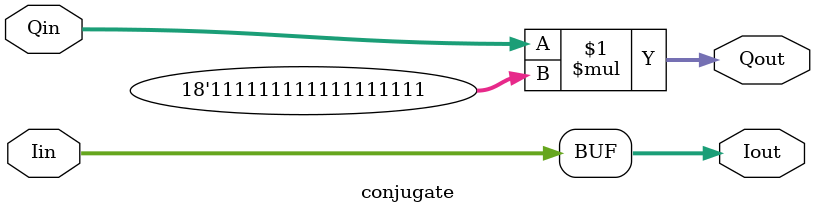
<source format=v>
`timescale 1ns / 1ps


module conjugate(Iin, Qin, Iout, Qout);
    input signed [17:0] Iin, Qin;
    output signed [17:0] Iout, Qout;

    assign Iout = Iin;
    assign Qout = Qin * (-1'd1);
endmodule

</source>
